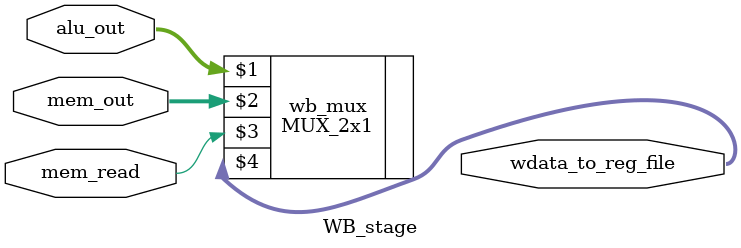
<source format=v>


module WB_stage(mem_out, alu_out, mem_read, wdata_to_reg_file);
	
	input [31:0] mem_out, alu_out;
	input mem_read;
	
// 	inout reg_write;
// 	inout [4:0] wr_reg;
	
	output [31:0] wdata_to_reg_file;

	MUX_2x1 wb_mux(alu_out , mem_out, mem_read, wdata_to_reg_file);
	
endmodule

</source>
